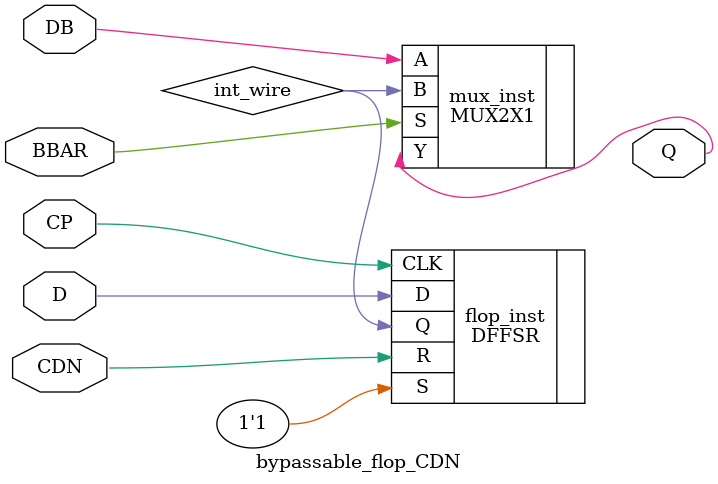
<source format=v>
module bypassable_flop_CDN(
input BBAR,
input DB,
input D,
input CP,
input CDN,
output Q
);

wire int_wire;

MUX2X1 mux_inst (
.A(DB),
.B(int_wire),
.S(BBAR),
.Y(Q)
);


DFFSR flop_inst (
.D(D),
.Q(int_wire),
.R(CDN),
.S(1'b1),
.CLK(CP)
);
endmodule


</source>
